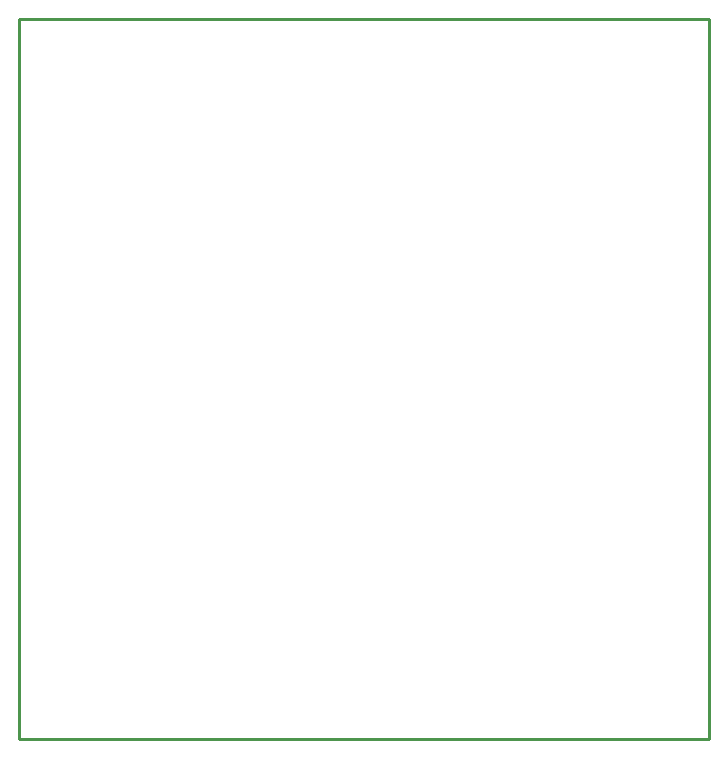
<source format=gko>
G04 Layer_Color=16711935*
%FSLAX23Y23*%
%MOIN*%
G70*
G01*
G75*
%ADD16C,0.010*%
D16*
X3300Y4200D02*
X5600D01*
Y1800D02*
Y4200D01*
X3300Y1800D02*
X5600D01*
X3300D02*
Y4200D01*
M02*

</source>
